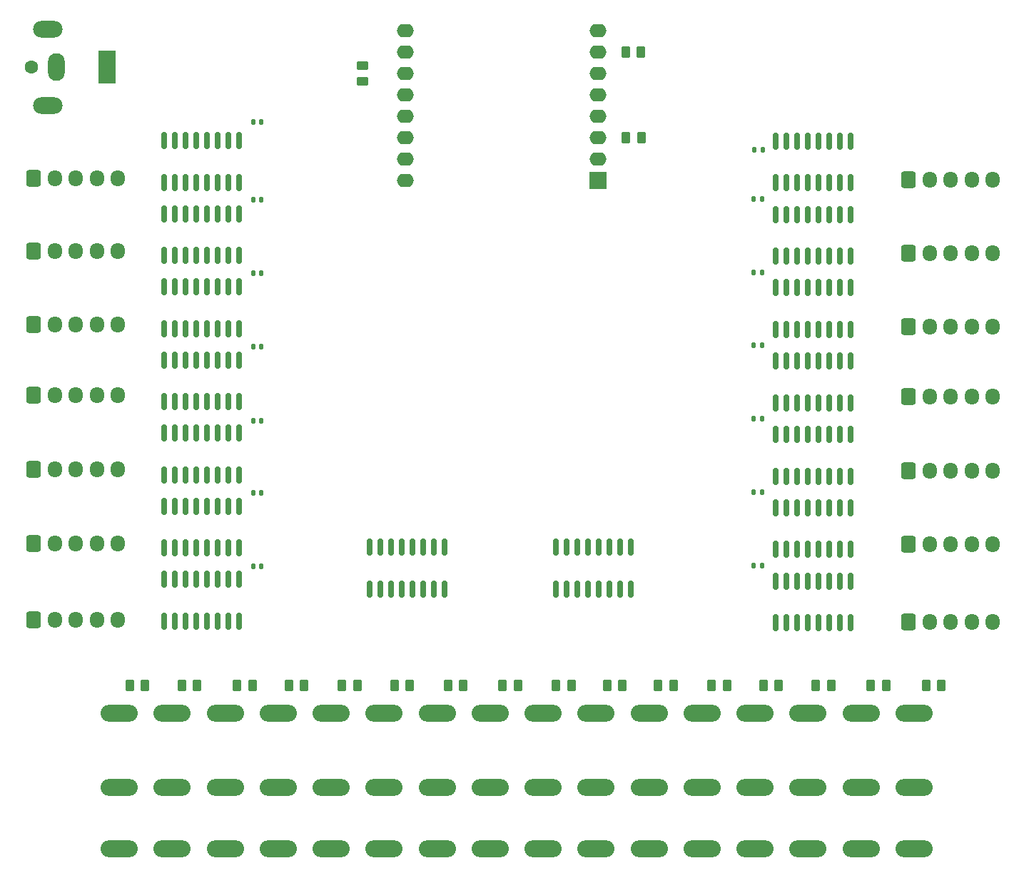
<source format=gbr>
%TF.GenerationSoftware,KiCad,Pcbnew,8.0.5*%
%TF.CreationDate,2024-12-18T14:45:34+08:00*%
%TF.ProjectId,hardware,68617264-7761-4726-952e-6b696361645f,rev?*%
%TF.SameCoordinates,Original*%
%TF.FileFunction,Soldermask,Top*%
%TF.FilePolarity,Negative*%
%FSLAX46Y46*%
G04 Gerber Fmt 4.6, Leading zero omitted, Abs format (unit mm)*
G04 Created by KiCad (PCBNEW 8.0.5) date 2024-12-18 14:45:34*
%MOMM*%
%LPD*%
G01*
G04 APERTURE LIST*
G04 Aperture macros list*
%AMRoundRect*
0 Rectangle with rounded corners*
0 $1 Rounding radius*
0 $2 $3 $4 $5 $6 $7 $8 $9 X,Y pos of 4 corners*
0 Add a 4 corners polygon primitive as box body*
4,1,4,$2,$3,$4,$5,$6,$7,$8,$9,$2,$3,0*
0 Add four circle primitives for the rounded corners*
1,1,$1+$1,$2,$3*
1,1,$1+$1,$4,$5*
1,1,$1+$1,$6,$7*
1,1,$1+$1,$8,$9*
0 Add four rect primitives between the rounded corners*
20,1,$1+$1,$2,$3,$4,$5,0*
20,1,$1+$1,$4,$5,$6,$7,0*
20,1,$1+$1,$6,$7,$8,$9,0*
20,1,$1+$1,$8,$9,$2,$3,0*%
G04 Aperture macros list end*
%ADD10RoundRect,0.250000X-0.600000X-0.725000X0.600000X-0.725000X0.600000X0.725000X-0.600000X0.725000X0*%
%ADD11O,1.700000X1.950000*%
%ADD12RoundRect,0.140000X0.140000X0.170000X-0.140000X0.170000X-0.140000X-0.170000X0.140000X-0.170000X0*%
%ADD13RoundRect,0.140000X-0.140000X-0.170000X0.140000X-0.170000X0.140000X0.170000X-0.140000X0.170000X0*%
%ADD14RoundRect,0.150000X0.150000X-0.825000X0.150000X0.825000X-0.150000X0.825000X-0.150000X-0.825000X0*%
%ADD15RoundRect,0.150000X-0.150000X0.825000X-0.150000X-0.825000X0.150000X-0.825000X0.150000X0.825000X0*%
%ADD16RoundRect,0.250000X-0.262500X-0.450000X0.262500X-0.450000X0.262500X0.450000X-0.262500X0.450000X0*%
%ADD17C,1.600000*%
%ADD18R,2.000000X4.000000*%
%ADD19O,2.000000X3.300000*%
%ADD20O,3.500000X2.000000*%
%ADD21R,2.000000X2.000000*%
%ADD22O,2.000000X1.600000*%
%ADD23RoundRect,0.250000X0.262500X0.450000X-0.262500X0.450000X-0.262500X-0.450000X0.262500X-0.450000X0*%
%ADD24RoundRect,0.250000X-0.450000X0.262500X-0.450000X-0.262500X0.450000X-0.262500X0.450000X0.262500X0*%
%ADD25O,4.404000X2.004000*%
G04 APERTURE END LIST*
D10*
%TO.C,M14*%
X266100000Y-123200000D03*
D11*
X268600000Y-123200000D03*
X271100000Y-123200000D03*
X273600000Y-123200000D03*
X276100000Y-123200000D03*
%TD*%
D10*
%TO.C,M13*%
X266100000Y-114000000D03*
D11*
X268600000Y-114000000D03*
X271100000Y-114000000D03*
X273600000Y-114000000D03*
X276100000Y-114000000D03*
%TD*%
D10*
%TO.C,M12*%
X266100000Y-105200000D03*
D11*
X268600000Y-105200000D03*
X271100000Y-105200000D03*
X273600000Y-105200000D03*
X276100000Y-105200000D03*
%TD*%
D10*
%TO.C,M11*%
X266100000Y-96400000D03*
D11*
X268600000Y-96400000D03*
X271100000Y-96400000D03*
X273600000Y-96400000D03*
X276100000Y-96400000D03*
%TD*%
D10*
%TO.C,M10*%
X266100000Y-88100000D03*
D11*
X268600000Y-88100000D03*
X271100000Y-88100000D03*
X273600000Y-88100000D03*
X276100000Y-88100000D03*
%TD*%
D10*
%TO.C,M9*%
X266100000Y-79400000D03*
D11*
X268600000Y-79400000D03*
X271100000Y-79400000D03*
X273600000Y-79400000D03*
X276100000Y-79400000D03*
%TD*%
D10*
%TO.C,M8*%
X266100000Y-70700000D03*
D11*
X268600000Y-70700000D03*
X271100000Y-70700000D03*
X273600000Y-70700000D03*
X276100000Y-70700000D03*
%TD*%
%TO.C,M7*%
X172300000Y-122950000D03*
X169800000Y-122950000D03*
X167300000Y-122950000D03*
X164800000Y-122950000D03*
D10*
X162300000Y-122950000D03*
%TD*%
D11*
%TO.C,M6*%
X172300000Y-113850000D03*
X169800000Y-113850000D03*
X167300000Y-113850000D03*
X164800000Y-113850000D03*
D10*
X162300000Y-113850000D03*
%TD*%
D11*
%TO.C,M5*%
X172300000Y-105100000D03*
X169800000Y-105100000D03*
X167300000Y-105100000D03*
X164800000Y-105100000D03*
D10*
X162300000Y-105100000D03*
%TD*%
D11*
%TO.C,M4*%
X172300000Y-96300000D03*
X169800000Y-96300000D03*
X167300000Y-96300000D03*
X164800000Y-96300000D03*
D10*
X162300000Y-96300000D03*
%TD*%
D11*
%TO.C,M3*%
X172300000Y-87900000D03*
X169800000Y-87900000D03*
X167300000Y-87900000D03*
X164800000Y-87900000D03*
D10*
X162300000Y-87900000D03*
%TD*%
%TO.C,M2*%
X162300000Y-79200000D03*
D11*
X164800000Y-79200000D03*
X167300000Y-79200000D03*
X169800000Y-79200000D03*
X172300000Y-79200000D03*
%TD*%
%TO.C,M1*%
X172300000Y-70500000D03*
X169800000Y-70500000D03*
X167300000Y-70500000D03*
X164800000Y-70500000D03*
D10*
X162300000Y-70500000D03*
%TD*%
D12*
%TO.C,C14*%
X248700000Y-116500000D03*
X247740000Y-116500000D03*
%TD*%
%TO.C,C13*%
X248700000Y-107800000D03*
X247740000Y-107800000D03*
%TD*%
%TO.C,C12*%
X248700000Y-99100000D03*
X247740000Y-99100000D03*
%TD*%
%TO.C,C11*%
X247740000Y-90300000D03*
X248700000Y-90300000D03*
%TD*%
%TO.C,C10*%
X248700000Y-81700000D03*
X247740000Y-81700000D03*
%TD*%
%TO.C,C9*%
X248700000Y-73000000D03*
X247740000Y-73000000D03*
%TD*%
%TO.C,C8*%
X248780000Y-67100000D03*
X247820000Y-67100000D03*
%TD*%
D13*
%TO.C,C7*%
X188320000Y-116600000D03*
X189280000Y-116600000D03*
%TD*%
%TO.C,C6*%
X188320000Y-107900000D03*
X189280000Y-107900000D03*
%TD*%
%TO.C,C5*%
X188320000Y-99300000D03*
X189280000Y-99300000D03*
%TD*%
%TO.C,C4*%
X188320000Y-90500000D03*
X189280000Y-90500000D03*
%TD*%
%TO.C,C3*%
X188320000Y-81800000D03*
X189280000Y-81800000D03*
%TD*%
%TO.C,C2*%
X188320000Y-73100000D03*
X189280000Y-73100000D03*
%TD*%
%TO.C,C1*%
X188320000Y-63800000D03*
X189280000Y-63800000D03*
%TD*%
D14*
%TO.C,U8*%
X177755000Y-105733332D03*
X179025000Y-105733332D03*
X180295000Y-105733332D03*
X181565000Y-105733332D03*
X182835000Y-105733332D03*
X184105000Y-105733332D03*
X185375000Y-105733332D03*
X186645000Y-105733332D03*
X186645000Y-100783332D03*
X185375000Y-100783332D03*
X184105000Y-100783332D03*
X182835000Y-100783332D03*
X181565000Y-100783332D03*
X180295000Y-100783332D03*
X179025000Y-100783332D03*
X177755000Y-100783332D03*
%TD*%
D15*
%TO.C,U14*%
X259200000Y-92224999D03*
X257930000Y-92224999D03*
X256660000Y-92224999D03*
X255390000Y-92224999D03*
X254120000Y-92224999D03*
X252850000Y-92224999D03*
X251580000Y-92224999D03*
X250310000Y-92224999D03*
X250310000Y-97174999D03*
X251580000Y-97174999D03*
X252850000Y-97174999D03*
X254120000Y-97174999D03*
X255390000Y-97174999D03*
X256660000Y-97174999D03*
X257930000Y-97174999D03*
X259200000Y-97174999D03*
%TD*%
D16*
%TO.C,R12*%
X224287500Y-130700000D03*
X226112500Y-130700000D03*
%TD*%
%TO.C,R13*%
X230337500Y-130700000D03*
X232162500Y-130700000D03*
%TD*%
D15*
%TO.C,U17*%
X259200000Y-118350000D03*
X257930000Y-118350000D03*
X256660000Y-118350000D03*
X255390000Y-118350000D03*
X254120000Y-118350000D03*
X252850000Y-118350000D03*
X251580000Y-118350000D03*
X250310000Y-118350000D03*
X250310000Y-123300000D03*
X251580000Y-123300000D03*
X252850000Y-123300000D03*
X254120000Y-123300000D03*
X255390000Y-123300000D03*
X256660000Y-123300000D03*
X257930000Y-123300000D03*
X259200000Y-123300000D03*
%TD*%
D16*
%TO.C,R5*%
X179875000Y-130700000D03*
X181700000Y-130700000D03*
%TD*%
%TO.C,R19*%
X268187500Y-130700000D03*
X270012500Y-130700000D03*
%TD*%
%TO.C,R7*%
X192575000Y-130700000D03*
X194400000Y-130700000D03*
%TD*%
D14*
%TO.C,U7*%
X177755000Y-97049999D03*
X179025000Y-97049999D03*
X180295000Y-97049999D03*
X181565000Y-97049999D03*
X182835000Y-97049999D03*
X184105000Y-97049999D03*
X185375000Y-97049999D03*
X186645000Y-97049999D03*
X186645000Y-92099999D03*
X185375000Y-92099999D03*
X184105000Y-92099999D03*
X182835000Y-92099999D03*
X181565000Y-92099999D03*
X180295000Y-92099999D03*
X179025000Y-92099999D03*
X177755000Y-92099999D03*
%TD*%
D17*
%TO.C,J2*%
X162000000Y-57350000D03*
D18*
X171000000Y-57350000D03*
D19*
X165000000Y-57350000D03*
D20*
X164000000Y-52850000D03*
X164000000Y-61850000D03*
%TD*%
D14*
%TO.C,U5*%
X177755000Y-79683333D03*
X179025000Y-79683333D03*
X180295000Y-79683333D03*
X181565000Y-79683333D03*
X182835000Y-79683333D03*
X184105000Y-79683333D03*
X185375000Y-79683333D03*
X186645000Y-79683333D03*
X186645000Y-74733333D03*
X185375000Y-74733333D03*
X184105000Y-74733333D03*
X182835000Y-74733333D03*
X181565000Y-74733333D03*
X180295000Y-74733333D03*
X179025000Y-74733333D03*
X177755000Y-74733333D03*
%TD*%
%TO.C,U9*%
X177755000Y-114416665D03*
X179025000Y-114416665D03*
X180295000Y-114416665D03*
X181565000Y-114416665D03*
X182835000Y-114416665D03*
X184105000Y-114416665D03*
X185375000Y-114416665D03*
X186645000Y-114416665D03*
X186645000Y-109466665D03*
X185375000Y-109466665D03*
X184105000Y-109466665D03*
X182835000Y-109466665D03*
X181565000Y-109466665D03*
X180295000Y-109466665D03*
X179025000Y-109466665D03*
X177755000Y-109466665D03*
%TD*%
%TO.C,U3*%
X224255000Y-119275000D03*
X225525000Y-119275000D03*
X226795000Y-119275000D03*
X228065000Y-119275000D03*
X229335000Y-119275000D03*
X230605000Y-119275000D03*
X231875000Y-119275000D03*
X233145000Y-119275000D03*
X233145000Y-114325000D03*
X231875000Y-114325000D03*
X230605000Y-114325000D03*
X229335000Y-114325000D03*
X228065000Y-114325000D03*
X226795000Y-114325000D03*
X225525000Y-114325000D03*
X224255000Y-114325000D03*
%TD*%
D16*
%TO.C,R14*%
X236387500Y-130700000D03*
X238212500Y-130700000D03*
%TD*%
%TO.C,R16*%
X248887500Y-130700000D03*
X250712500Y-130700000D03*
%TD*%
D21*
%TO.C,U1*%
X229290000Y-70800000D03*
D22*
X229290000Y-68260000D03*
X229290000Y-65720000D03*
X229290000Y-63180000D03*
X229290000Y-60640000D03*
X229290000Y-58100000D03*
X229290000Y-55560000D03*
X229290000Y-53020000D03*
X206430000Y-53020000D03*
X206430000Y-55560000D03*
X206430000Y-58100000D03*
X206430000Y-60640000D03*
X206430000Y-63180000D03*
X206430000Y-65720000D03*
X206430000Y-68260000D03*
X206430000Y-70800000D03*
%TD*%
D16*
%TO.C,R10*%
X211437500Y-130700000D03*
X213262500Y-130700000D03*
%TD*%
%TO.C,R9*%
X205087500Y-130700000D03*
X206912500Y-130700000D03*
%TD*%
D23*
%TO.C,R1*%
X234415000Y-65700000D03*
X232590000Y-65700000D03*
%TD*%
D15*
%TO.C,U16*%
X259200000Y-109641665D03*
X257930000Y-109641665D03*
X256660000Y-109641665D03*
X255390000Y-109641665D03*
X254120000Y-109641665D03*
X252850000Y-109641665D03*
X251580000Y-109641665D03*
X250310000Y-109641665D03*
X250310000Y-114591665D03*
X251580000Y-114591665D03*
X252850000Y-114591665D03*
X254120000Y-114591665D03*
X255390000Y-114591665D03*
X256660000Y-114591665D03*
X257930000Y-114591665D03*
X259200000Y-114591665D03*
%TD*%
D14*
%TO.C,U6*%
X177755000Y-88366666D03*
X179025000Y-88366666D03*
X180295000Y-88366666D03*
X181565000Y-88366666D03*
X182835000Y-88366666D03*
X184105000Y-88366666D03*
X185375000Y-88366666D03*
X186645000Y-88366666D03*
X186645000Y-83416666D03*
X185375000Y-83416666D03*
X184105000Y-83416666D03*
X182835000Y-83416666D03*
X181565000Y-83416666D03*
X180295000Y-83416666D03*
X179025000Y-83416666D03*
X177755000Y-83416666D03*
%TD*%
D16*
%TO.C,R15*%
X242737500Y-130700000D03*
X244562500Y-130700000D03*
%TD*%
D15*
%TO.C,U15*%
X259200000Y-100933332D03*
X257930000Y-100933332D03*
X256660000Y-100933332D03*
X255390000Y-100933332D03*
X254120000Y-100933332D03*
X252850000Y-100933332D03*
X251580000Y-100933332D03*
X250310000Y-100933332D03*
X250310000Y-105883332D03*
X251580000Y-105883332D03*
X252850000Y-105883332D03*
X254120000Y-105883332D03*
X255390000Y-105883332D03*
X256660000Y-105883332D03*
X257930000Y-105883332D03*
X259200000Y-105883332D03*
%TD*%
D16*
%TO.C,R18*%
X261637500Y-130700000D03*
X263462500Y-130700000D03*
%TD*%
%TO.C,R17*%
X255087500Y-130700000D03*
X256912500Y-130700000D03*
%TD*%
D14*
%TO.C,U4*%
X177755000Y-71000000D03*
X179025000Y-71000000D03*
X180295000Y-71000000D03*
X181565000Y-71000000D03*
X182835000Y-71000000D03*
X184105000Y-71000000D03*
X185375000Y-71000000D03*
X186645000Y-71000000D03*
X186645000Y-66050000D03*
X185375000Y-66050000D03*
X184105000Y-66050000D03*
X182835000Y-66050000D03*
X181565000Y-66050000D03*
X180295000Y-66050000D03*
X179025000Y-66050000D03*
X177755000Y-66050000D03*
%TD*%
%TO.C,U2*%
X202200000Y-119275000D03*
X203470000Y-119275000D03*
X204740000Y-119275000D03*
X206010000Y-119275000D03*
X207280000Y-119275000D03*
X208550000Y-119275000D03*
X209820000Y-119275000D03*
X211090000Y-119275000D03*
X211090000Y-114325000D03*
X209820000Y-114325000D03*
X208550000Y-114325000D03*
X207280000Y-114325000D03*
X206010000Y-114325000D03*
X204740000Y-114325000D03*
X203470000Y-114325000D03*
X202200000Y-114325000D03*
%TD*%
D16*
%TO.C,R11*%
X217937500Y-130700000D03*
X219762500Y-130700000D03*
%TD*%
%TO.C,R6*%
X186425000Y-130700000D03*
X188250000Y-130700000D03*
%TD*%
D15*
%TO.C,U13*%
X259200000Y-83516666D03*
X257930000Y-83516666D03*
X256660000Y-83516666D03*
X255390000Y-83516666D03*
X254120000Y-83516666D03*
X252850000Y-83516666D03*
X251580000Y-83516666D03*
X250310000Y-83516666D03*
X250310000Y-88466666D03*
X251580000Y-88466666D03*
X252850000Y-88466666D03*
X254120000Y-88466666D03*
X255390000Y-88466666D03*
X256660000Y-88466666D03*
X257930000Y-88466666D03*
X259200000Y-88466666D03*
%TD*%
D14*
%TO.C,U10*%
X177755000Y-123100000D03*
X179025000Y-123100000D03*
X180295000Y-123100000D03*
X181565000Y-123100000D03*
X182835000Y-123100000D03*
X184105000Y-123100000D03*
X185375000Y-123100000D03*
X186645000Y-123100000D03*
X186645000Y-118150000D03*
X185375000Y-118150000D03*
X184105000Y-118150000D03*
X182835000Y-118150000D03*
X181565000Y-118150000D03*
X180295000Y-118150000D03*
X179025000Y-118150000D03*
X177755000Y-118150000D03*
%TD*%
D24*
%TO.C,R3*%
X201300000Y-57187500D03*
X201300000Y-59012500D03*
%TD*%
D16*
%TO.C,R8*%
X198875000Y-130700000D03*
X200700000Y-130700000D03*
%TD*%
D15*
%TO.C,U12*%
X259200000Y-74808333D03*
X257930000Y-74808333D03*
X256660000Y-74808333D03*
X255390000Y-74808333D03*
X254120000Y-74808333D03*
X252850000Y-74808333D03*
X251580000Y-74808333D03*
X250310000Y-74808333D03*
X250310000Y-79758333D03*
X251580000Y-79758333D03*
X252850000Y-79758333D03*
X254120000Y-79758333D03*
X255390000Y-79758333D03*
X256660000Y-79758333D03*
X257930000Y-79758333D03*
X259200000Y-79758333D03*
%TD*%
D23*
%TO.C,R2*%
X234370000Y-55500000D03*
X232545000Y-55500000D03*
%TD*%
D15*
%TO.C,U11*%
X259200000Y-66100000D03*
X257930000Y-66100000D03*
X256660000Y-66100000D03*
X255390000Y-66100000D03*
X254120000Y-66100000D03*
X252850000Y-66100000D03*
X251580000Y-66100000D03*
X250310000Y-66100000D03*
X250310000Y-71050000D03*
X251580000Y-71050000D03*
X252850000Y-71050000D03*
X254120000Y-71050000D03*
X255390000Y-71050000D03*
X256660000Y-71050000D03*
X257930000Y-71050000D03*
X259200000Y-71050000D03*
%TD*%
D16*
%TO.C,R4*%
X173687500Y-130700000D03*
X175512500Y-130700000D03*
%TD*%
D25*
%TO.C,SW6*%
X203893340Y-134000000D03*
X203893340Y-150100000D03*
X203893340Y-142800000D03*
%TD*%
%TO.C,SW11*%
X235326670Y-134000000D03*
X235326670Y-150100000D03*
X235326670Y-142800000D03*
%TD*%
%TO.C,SW12*%
X241613336Y-134000000D03*
X241613336Y-150100000D03*
X241613336Y-142800000D03*
%TD*%
%TO.C,SW14*%
X254186668Y-134000000D03*
X254186668Y-150100000D03*
X254186668Y-142800000D03*
%TD*%
%TO.C,SW7*%
X210180006Y-134000000D03*
X210180006Y-150100000D03*
X210180006Y-142800000D03*
%TD*%
%TO.C,SW4*%
X191320008Y-134000000D03*
X191320008Y-150100000D03*
X191320008Y-142800000D03*
%TD*%
%TO.C,SW15*%
X260473334Y-134000000D03*
X260473334Y-150100000D03*
X260473334Y-142800000D03*
%TD*%
%TO.C,SW10*%
X229040004Y-134000000D03*
X229040004Y-150100000D03*
X229040004Y-142800000D03*
%TD*%
%TO.C,SW8*%
X216466672Y-134000000D03*
X216466672Y-150100000D03*
X216466672Y-142800000D03*
%TD*%
%TO.C,SW9*%
X222753338Y-134000000D03*
X222753338Y-150100000D03*
X222753338Y-142800000D03*
%TD*%
%TO.C,SW16*%
X266760000Y-134000000D03*
X266760000Y-150100000D03*
X266760000Y-142800000D03*
%TD*%
%TO.C,SW2*%
X178746676Y-134000000D03*
X178746676Y-150100000D03*
X178746676Y-142800000D03*
%TD*%
%TO.C,SW5*%
X197606674Y-134000000D03*
X197606674Y-150100000D03*
X197606674Y-142800000D03*
%TD*%
%TO.C,SW13*%
X247900002Y-134000000D03*
X247900002Y-150100000D03*
X247900002Y-142800000D03*
%TD*%
%TO.C,SW1*%
X172460010Y-134000000D03*
X172460010Y-150100000D03*
X172460010Y-142800000D03*
%TD*%
%TO.C,SW3*%
X185033342Y-134000000D03*
X185033342Y-150100000D03*
X185033342Y-142800000D03*
%TD*%
M02*

</source>
